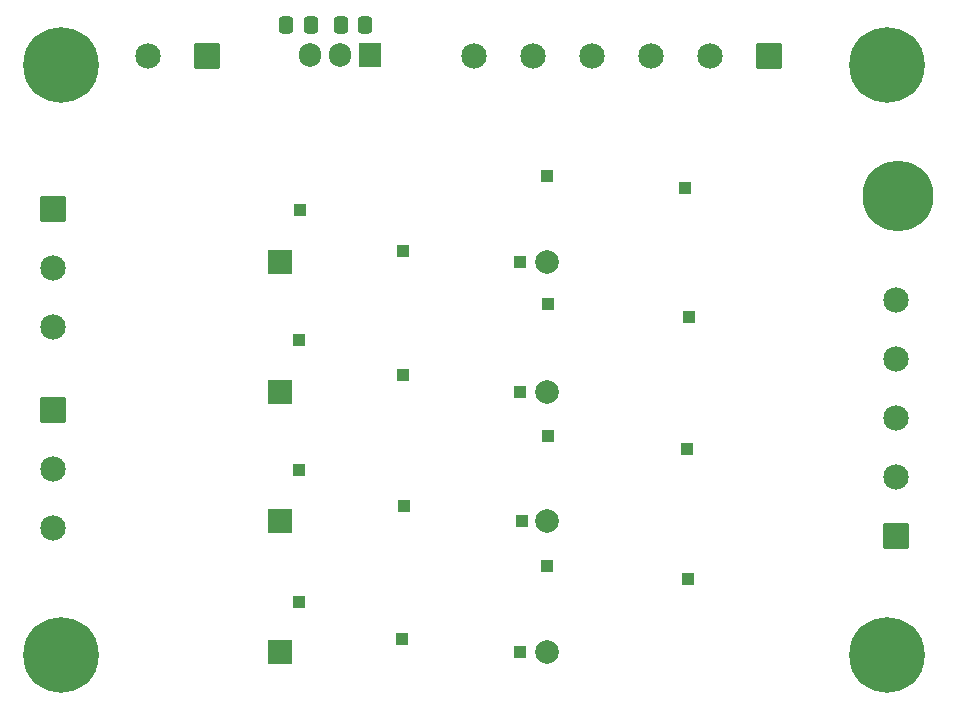
<source format=gts>
%TF.GenerationSoftware,KiCad,Pcbnew,9.0.0*%
%TF.CreationDate,2025-03-25T18:58:09+01:00*%
%TF.ProjectId,HeatingBoard,48656174-696e-4674-926f-6172642e6b69,V1*%
%TF.SameCoordinates,Original*%
%TF.FileFunction,Soldermask,Top*%
%TF.FilePolarity,Negative*%
%FSLAX46Y46*%
G04 Gerber Fmt 4.6, Leading zero omitted, Abs format (unit mm)*
G04 Created by KiCad (PCBNEW 9.0.0) date 2025-03-25 18:58:09*
%MOMM*%
%LPD*%
G01*
G04 APERTURE LIST*
G04 Aperture macros list*
%AMRoundRect*
0 Rectangle with rounded corners*
0 $1 Rounding radius*
0 $2 $3 $4 $5 $6 $7 $8 $9 X,Y pos of 4 corners*
0 Add a 4 corners polygon primitive as box body*
4,1,4,$2,$3,$4,$5,$6,$7,$8,$9,$2,$3,0*
0 Add four circle primitives for the rounded corners*
1,1,$1+$1,$2,$3*
1,1,$1+$1,$4,$5*
1,1,$1+$1,$6,$7*
1,1,$1+$1,$8,$9*
0 Add four rect primitives between the rounded corners*
20,1,$1+$1,$2,$3,$4,$5,0*
20,1,$1+$1,$4,$5,$6,$7,0*
20,1,$1+$1,$6,$7,$8,$9,0*
20,1,$1+$1,$8,$9,$2,$3,0*%
G04 Aperture macros list end*
%ADD10RoundRect,0.102000X0.975000X0.975000X-0.975000X0.975000X-0.975000X-0.975000X0.975000X-0.975000X0*%
%ADD11C,2.154000*%
%ADD12C,6.400000*%
%ADD13RoundRect,0.102000X-0.975000X0.975000X-0.975000X-0.975000X0.975000X-0.975000X0.975000X0.975000X0*%
%ADD14R,2.006600X2.006600*%
%ADD15C,2.006600*%
%ADD16RoundRect,0.102000X0.975000X-0.975000X0.975000X0.975000X-0.975000X0.975000X-0.975000X-0.975000X0*%
%ADD17RoundRect,0.250000X-0.337500X-0.475000X0.337500X-0.475000X0.337500X0.475000X-0.337500X0.475000X0*%
%ADD18RoundRect,0.250000X0.337500X0.475000X-0.337500X0.475000X-0.337500X-0.475000X0.337500X-0.475000X0*%
%ADD19C,6.000000*%
%ADD20R,1.905000X2.000000*%
%ADD21O,1.905000X2.000000*%
%ADD22R,1.000000X1.000000*%
G04 APERTURE END LIST*
D10*
%TO.C,J2*%
X175000000Y-74300000D03*
D11*
X170000000Y-74300000D03*
X165000000Y-74300000D03*
X160000000Y-74300000D03*
X155000000Y-74300000D03*
X150000000Y-74300000D03*
%TD*%
D12*
%TO.C,H4*%
X115000000Y-125000000D03*
%TD*%
D10*
%TO.C,J1*%
X127400000Y-74300000D03*
D11*
X122400000Y-74300000D03*
%TD*%
D13*
%TO.C,J3*%
X114400000Y-87200000D03*
D11*
X114400000Y-92200000D03*
X114400000Y-97200000D03*
%TD*%
D14*
%TO.C,F2*%
X133600000Y-102700000D03*
D15*
X156200000Y-102700000D03*
%TD*%
D16*
%TO.C,J5*%
X185700000Y-114900000D03*
D11*
X185700000Y-109900000D03*
X185700000Y-104900000D03*
X185700000Y-99900000D03*
X185700000Y-94900000D03*
%TD*%
D14*
%TO.C,F4*%
X133600000Y-124700000D03*
D15*
X156200000Y-124700000D03*
%TD*%
D12*
%TO.C,H3*%
X115000000Y-75000000D03*
%TD*%
D14*
%TO.C,F3*%
X133600000Y-113600000D03*
D15*
X156200000Y-113600000D03*
%TD*%
D17*
%TO.C,C14*%
X138712500Y-71650000D03*
X140787500Y-71650000D03*
%TD*%
D18*
%TO.C,C13*%
X136187500Y-71650000D03*
X134112500Y-71650000D03*
%TD*%
D14*
%TO.C,F1*%
X133600000Y-91700000D03*
D15*
X156200000Y-91700000D03*
%TD*%
D12*
%TO.C,H2*%
X185000000Y-125000000D03*
%TD*%
D19*
%TO.C,TP1*%
X185900000Y-86100000D03*
%TD*%
D13*
%TO.C,J4*%
X114400000Y-104200000D03*
D11*
X114400000Y-109200000D03*
X114400000Y-114200000D03*
%TD*%
D20*
%TO.C,U5*%
X141240000Y-74155000D03*
D21*
X138700000Y-74155000D03*
X136160000Y-74155000D03*
%TD*%
D12*
%TO.C,H1*%
X185000000Y-75000000D03*
%TD*%
D22*
%TO.C,TP8*%
X135200000Y-98276750D03*
%TD*%
%TO.C,TP15*%
X154100000Y-113600000D03*
%TD*%
%TO.C,TP7*%
X144000000Y-101300000D03*
%TD*%
%TO.C,TP16*%
X156300000Y-106400000D03*
%TD*%
%TO.C,TP13*%
X135200000Y-109300000D03*
%TD*%
%TO.C,TP17*%
X143900000Y-123600000D03*
%TD*%
%TO.C,TP3*%
X135300000Y-87300000D03*
%TD*%
%TO.C,TP20*%
X153900000Y-124700000D03*
%TD*%
%TO.C,TP10*%
X153900000Y-102700000D03*
%TD*%
%TO.C,TP9*%
X168200000Y-96400000D03*
%TD*%
%TO.C,TP11*%
X156300000Y-95300000D03*
%TD*%
%TO.C,TP4*%
X167900000Y-85400000D03*
%TD*%
%TO.C,TP5*%
X153900000Y-91700000D03*
%TD*%
%TO.C,TP2*%
X144000000Y-90800000D03*
%TD*%
%TO.C,TP12*%
X144100000Y-112400000D03*
%TD*%
%TO.C,TP18*%
X135200000Y-120500000D03*
%TD*%
%TO.C,TP6*%
X156200000Y-84400000D03*
%TD*%
%TO.C,TP19*%
X168100000Y-118500000D03*
%TD*%
%TO.C,TP21*%
X156200000Y-117400000D03*
%TD*%
%TO.C,TP14*%
X168000000Y-107500000D03*
%TD*%
M02*

</source>
